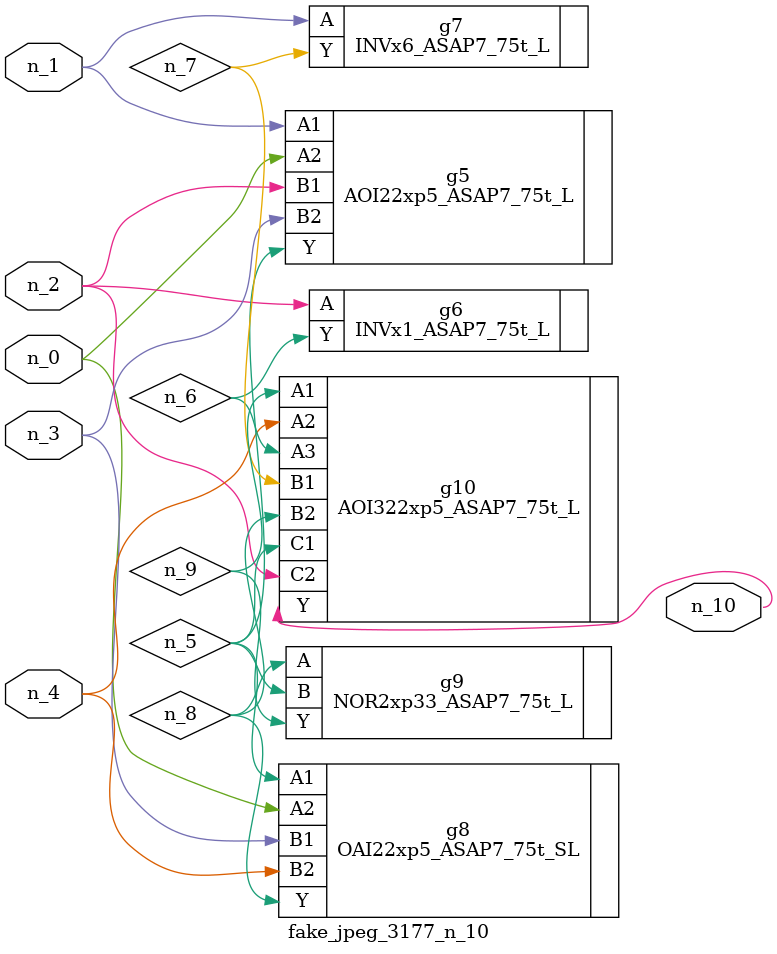
<source format=v>
module fake_jpeg_3177_n_10 (n_3, n_2, n_1, n_0, n_4, n_10);

input n_3;
input n_2;
input n_1;
input n_0;
input n_4;

output n_10;

wire n_8;
wire n_9;
wire n_6;
wire n_5;
wire n_7;

AOI22xp5_ASAP7_75t_L g5 ( 
.A1(n_1),
.A2(n_0),
.B1(n_2),
.B2(n_3),
.Y(n_5)
);

INVx1_ASAP7_75t_L g6 ( 
.A(n_2),
.Y(n_6)
);

INVx6_ASAP7_75t_L g7 ( 
.A(n_1),
.Y(n_7)
);

OAI22xp5_ASAP7_75t_SL g8 ( 
.A1(n_5),
.A2(n_0),
.B1(n_3),
.B2(n_4),
.Y(n_8)
);

NOR2xp33_ASAP7_75t_L g9 ( 
.A(n_8),
.B(n_5),
.Y(n_9)
);

AOI322xp5_ASAP7_75t_L g10 ( 
.A1(n_9),
.A2(n_4),
.A3(n_6),
.B1(n_7),
.B2(n_8),
.C1(n_5),
.C2(n_2),
.Y(n_10)
);


endmodule
</source>
